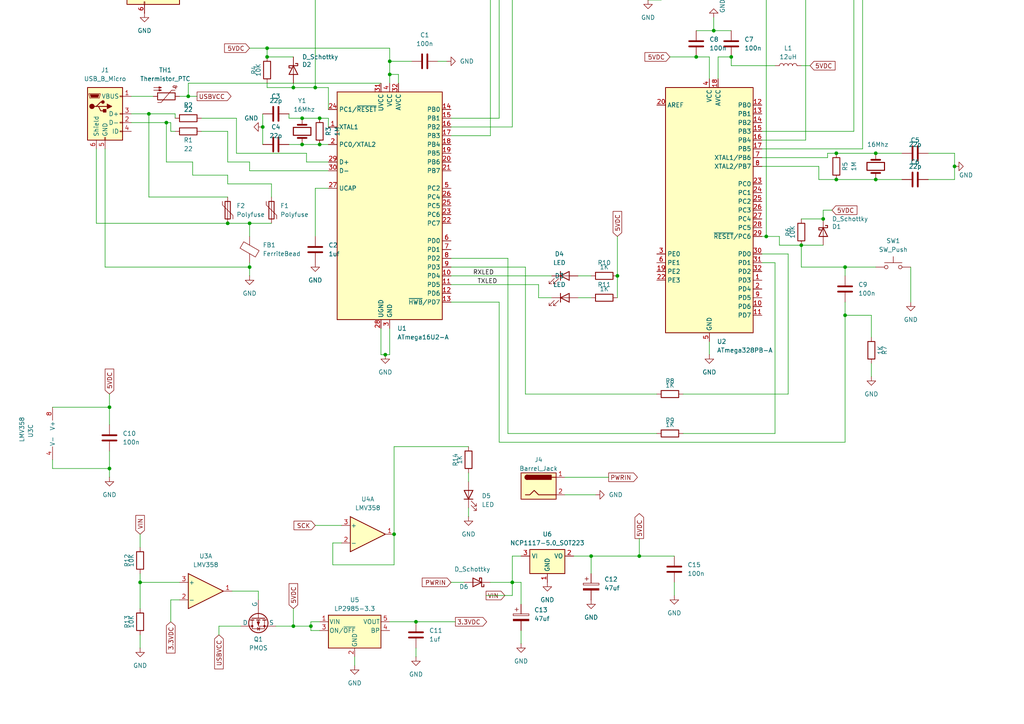
<source format=kicad_sch>
(kicad_sch (version 20231120) (generator "eeschema") (generator_version "8.0")
  (paper "A4")
  (lib_symbols
    (symbol "Amplifier_Operational:LMV358" (pin_names (offset 0.127))
      (property "Reference" "U" (at 0 5.08 0))
      (property "Value" "LMV358" (at 0 -5.08 0))
      (symbol "LMV358_1_1"
        (pin output line (at 7.62 0 180) (length 2.54) (name "~") (number "1"))
        (pin input line (at -7.62 -2.54 0) (length 2.54) (name "-") (number "2"))
        (pin input line (at -7.62 2.54 0) (length 2.54) (name "+") (number "3"))
      )
      (symbol "LMV358_2_1"
        (pin input line (at -7.62 2.54 0) (length 2.54) (name "+") (number "5"))
        (pin input line (at -7.62 -2.54 0) (length 2.54) (name "-") (number "6"))
        (pin output line (at 7.62 0 180) (length 2.54) (name "~") (number "7"))
      )
      (symbol "LMV358_3_1"
        (pin power_in line (at -2.54 -7.62 90) (length 3.81) (name "V-") (number "4"))
        (pin power_in line (at -2.54 7.62 270) (length 3.81) (name "V+") (number "8"))
      )
    )
    (symbol "Connector:AVR-ISP-6" (pin_names (offset 1.016))
      (property "Reference" "J" (at -6.35 11.43 0))
      (property "Value" "AVR-ISP-6" (at 0 11.43 0))
      (symbol "AVR-ISP-6_1_1"
        (pin passive line (at 10.16 5.08 180) (length 2.54) (name "MISO") (number "1"))
        (pin passive line (at -2.54 12.7 270) (length 2.54) (name "VCC") (number "2"))
        (pin passive line (at 10.16 0 180) (length 2.54) (name "SCK") (number "3"))
        (pin passive line (at 10.16 2.54 180) (length 2.54) (name "MOSI") (number "4"))
        (pin passive line (at 10.16 -2.54 180) (length 2.54) (name "~{RST}") (number "5"))
        (pin passive line (at -2.54 -10.16 90) (length 2.54) (name "GND") (number "6"))
      )
    )
    (symbol "Connector:Barrel_Jack" (pin_names (offset 1.016))
      (property "Reference" "J" (at 0 5.334 0))
      (property "Value" "Barrel_Jack" (at 0 -5.08 0))
      (symbol "Barrel_Jack_1_1"
        (pin passive line (at 7.62 2.54 180) (length 2.54) (name "~") (number "1"))
        (pin passive line (at 7.62 -2.54 180) (length 2.54) (name "~") (number "2"))
      )
    )
    (symbol "Connector:USB_B_Micro" (pin_names (offset 1.016))
      (property "Reference" "J" (at -5.08 11.43 0))
      (property "Value" "USB_B_Micro" (at -5.08 8.89 0))
      (symbol "USB_B_Micro_1_1"
        (pin power_out line (at 7.62 5.08 180) (length 2.54) (name "VBUS") (number "1"))
        (pin bidirectional line (at 7.62 -2.54 180) (length 2.54) (name "D-") (number "2"))
        (pin bidirectional line (at 7.62 0 180) (length 2.54) (name "D+") (number "3"))
        (pin passive line (at 7.62 -5.08 180) (length 2.54) (name "ID") (number "4"))
        (pin power_out line (at 0 -10.16 90) (length 2.54) (name "GND") (number "5"))
        (pin passive line (at -2.54 -10.16 90) (length 2.54) (name "Shield") (number "6"))
      )
    )
    (symbol "Device:C" (pin_numbers hide) (pin_names (offset 0.254))
      (property "Reference" "C" (at 0.635 2.54 0))
      (property "Value" "C" (at 0.635 -2.54 0))
      (symbol "C_1_1"
        (pin passive line (at 0 3.81 270) (length 2.794) (name "~") (number "1"))
        (pin passive line (at 0 -3.81 90) (length 2.794) (name "~") (number "2"))
      )
    )
    (symbol "Device:C_Polarized" (pin_numbers hide) (pin_names (offset 0.254))
      (property "Reference" "C" (at 0.635 2.54 0))
      (property "Value" "C_Polarized" (at 0.635 -2.54 0))
      (symbol "C_Polarized_1_1"
        (pin passive line (at 0 3.81 270) (length 2.794) (name "~") (number "1"))
        (pin passive line (at 0 -3.81 90) (length 2.794) (name "~") (number "2"))
      )
    )
    (symbol "Device:Crystal" (pin_numbers hide) (pin_names (offset 1.016) hide)
      (property "Reference" "Y" (at 0 3.81 0))
      (property "Value" "Crystal" (at 0 -3.81 0))
      (symbol "Crystal_1_1"
        (pin passive line (at -3.81 0 0) (length 1.27) (name "1") (number "1"))
        (pin passive line (at 3.81 0 180) (length 1.27) (name "2") (number "2"))
      )
    )
    (symbol "Device:D_Schottky" (pin_numbers hide) (pin_names (offset 1.016) hide)
      (property "Reference" "D" (at 0 2.54 0))
      (property "Value" "D_Schottky" (at 0 -2.54 0))
      (symbol "D_Schottky_1_1"
        (pin passive line (at -3.81 0 0) (length 2.54) (name "K") (number "1"))
        (pin passive line (at 3.81 0 180) (length 2.54) (name "A") (number "2"))
      )
    )
    (symbol "Device:FerriteBead" (pin_numbers hide) (pin_names (offset 0))
      (property "Reference" "FB" (at -3.81 0.635 90))
      (property "Value" "FerriteBead" (at 3.81 0 90))
      (symbol "FerriteBead_1_1"
        (pin passive line (at 0 3.81 270) (length 2.54) (name "~") (number "1"))
        (pin passive line (at 0 -3.81 90) (length 2.54) (name "~") (number "2"))
      )
    )
    (symbol "Device:L" (pin_numbers hide) (pin_names (offset 1.016) hide)
      (property "Reference" "L" (at -1.27 0 90))
      (property "Value" "L" (at 1.905 0 90))
      (symbol "L_1_1"
        (pin passive line (at 0 3.81 270) (length 1.27) (name "1") (number "1"))
        (pin passive line (at 0 -3.81 90) (length 1.27) (name "2") (number "2"))
      )
    )
    (symbol "Device:LED" (pin_numbers hide) (pin_names (offset 1.016) hide)
      (property "Reference" "D" (at 0 2.54 0))
      (property "Value" "LED" (at 0 -2.54 0))
      (symbol "LED_1_1"
        (pin passive line (at -3.81 0 0) (length 2.54) (name "K") (number "1"))
        (pin passive line (at 3.81 0 180) (length 2.54) (name "A") (number "2"))
      )
    )
    (symbol "Device:Polyfuse" (pin_numbers hide) (pin_names (offset 0))
      (property "Reference" "F" (at -2.54 0 90))
      (property "Value" "Polyfuse" (at 2.54 0 90))
      (symbol "Polyfuse_1_1"
        (pin passive line (at 0 3.81 270) (length 1.27) (name "~") (number "1"))
        (pin passive line (at 0 -3.81 90) (length 1.27) (name "~") (number "2"))
      )
    )
    (symbol "Device:R" (pin_numbers hide) (pin_names (offset 0))
      (property "Reference" "R" (at 2.032 0 90))
      (property "Value" "R" (at 0 0 90))
      (symbol "R_1_1"
        (pin passive line (at 0 3.81 270) (length 1.27) (name "~") (number "1"))
        (pin passive line (at 0 -3.81 90) (length 1.27) (name "~") (number "2"))
      )
    )
    (symbol "Device:Thermistor_PTC" (pin_numbers hide) (pin_names (offset 0))
      (property "Reference" "TH" (at -4.064 0 90))
      (property "Value" "Thermistor_PTC" (at 3.048 0 90))
      (symbol "Thermistor_PTC_1_1"
        (pin passive line (at 0 3.81 270) (length 1.27) (name "~") (number "1"))
        (pin passive line (at 0 -3.81 90) (length 1.27) (name "~") (number "2"))
      )
    )
    (symbol "MCU_Microchip_ATmega:ATmega16U2-A"
      (property "Reference" "U" (at -15.24 34.29 0))
      (property "Value" "ATmega16U2-A" (at 2.54 -34.29 0))
      (symbol "ATmega16U2-A_1_1"
        (pin input line (at -17.78 22.86 0) (length 2.54) (name "XTAL1") (number "1"))
        (pin bidirectional line (at 17.78 -20.32 180) (length 2.54) (name "PD4") (number "10"))
        (pin bidirectional line (at 17.78 -22.86 180) (length 2.54) (name "PD5") (number "11"))
        (pin bidirectional line (at 17.78 -25.4 180) (length 2.54) (name "PD6") (number "12"))
        (pin bidirectional line (at 17.78 -27.94 180) (length 2.54) (name "~{HWB}/PD7") (number "13"))
        (pin bidirectional line (at 17.78 27.94 180) (length 2.54) (name "PB0") (number "14"))
        (pin bidirectional line (at 17.78 25.4 180) (length 2.54) (name "PB1") (number "15"))
        (pin bidirectional line (at 17.78 22.86 180) (length 2.54) (name "PB2") (number "16"))
        (pin bidirectional line (at 17.78 20.32 180) (length 2.54) (name "PB3") (number "17"))
        (pin bidirectional line (at 17.78 17.78 180) (length 2.54) (name "PB4") (number "18"))
        (pin bidirectional line (at 17.78 15.24 180) (length 2.54) (name "PB5") (number "19"))
        (pin bidirectional line (at -17.78 17.78 0) (length 2.54) (name "PC0/XTAL2") (number "2"))
        (pin bidirectional line (at 17.78 12.7 180) (length 2.54) (name "PB6") (number "20"))
        (pin bidirectional line (at 17.78 10.16 180) (length 2.54) (name "PB7") (number "21"))
        (pin bidirectional line (at 17.78 -5.08 180) (length 2.54) (name "PC7") (number "22"))
        (pin bidirectional line (at 17.78 -2.54 180) (length 2.54) (name "PC6") (number "23"))
        (pin bidirectional line (at -17.78 27.94 0) (length 2.54) (name "PC1/~{RESET}") (number "24"))
        (pin bidirectional line (at 17.78 0 180) (length 2.54) (name "PC5") (number "25"))
        (pin bidirectional line (at 17.78 2.54 180) (length 2.54) (name "PC4") (number "26"))
        (pin passive line (at -17.78 5.08 0) (length 2.54) (name "UCAP") (number "27"))
        (pin power_in line (at -2.54 -35.56 90) (length 2.54) (name "UGND") (number "28"))
        (pin bidirectional line (at -17.78 12.7 0) (length 2.54) (name "D+") (number "29"))
        (pin power_in line (at 0 -35.56 90) (length 2.54) (name "GND") (number "3"))
        (pin bidirectional line (at -17.78 10.16 0) (length 2.54) (name "D-") (number "30"))
        (pin power_in line (at -2.54 35.56 270) (length 2.54) (name "UVCC") (number "31"))
        (pin power_in line (at 2.54 35.56 270) (length 2.54) (name "AVCC") (number "32"))
        (pin power_in line (at 0 35.56 270) (length 2.54) (name "VCC") (number "4"))
        (pin bidirectional line (at 17.78 5.08 180) (length 2.54) (name "PC2") (number "5"))
        (pin bidirectional line (at 17.78 -10.16 180) (length 2.54) (name "PD0") (number "6"))
        (pin bidirectional line (at 17.78 -12.7 180) (length 2.54) (name "PD1") (number "7"))
        (pin bidirectional line (at 17.78 -15.24 180) (length 2.54) (name "PD2") (number "8"))
        (pin bidirectional line (at 17.78 -17.78 180) (length 2.54) (name "PD3") (number "9"))
      )
    )
    (symbol "MCU_Microchip_ATmega:ATmega328PB-A"
      (property "Reference" "U" (at -12.7 36.83 0))
      (property "Value" "ATmega328PB-A" (at 2.54 -36.83 0))
      (symbol "ATmega328PB-A_1_1"
        (pin bidirectional line (at 15.24 -20.32 180) (length 2.54) (name "PD3") (number "1"))
        (pin bidirectional line (at 15.24 -27.94 180) (length 2.54) (name "PD6") (number "10"))
        (pin bidirectional line (at 15.24 -30.48 180) (length 2.54) (name "PD7") (number "11"))
        (pin bidirectional line (at 15.24 30.48 180) (length 2.54) (name "PB0") (number "12"))
        (pin bidirectional line (at 15.24 27.94 180) (length 2.54) (name "PB1") (number "13"))
        (pin bidirectional line (at 15.24 25.4 180) (length 2.54) (name "PB2") (number "14"))
        (pin bidirectional line (at 15.24 22.86 180) (length 2.54) (name "PB3") (number "15"))
        (pin bidirectional line (at 15.24 20.32 180) (length 2.54) (name "PB4") (number "16"))
        (pin bidirectional line (at 15.24 17.78 180) (length 2.54) (name "PB5") (number "17"))
        (pin power_in line (at 2.54 38.1 270) (length 2.54) (name "AVCC") (number "18"))
        (pin bidirectional line (at -15.24 -17.78 0) (length 2.54) (name "PE2") (number "19"))
        (pin bidirectional line (at 15.24 -22.86 180) (length 2.54) (name "PD4") (number "2"))
        (pin passive line (at -15.24 30.48 0) (length 2.54) (name "AREF") (number "20"))
        (pin passive line (at 0 -38.1 90) (length 2.54) hide (name "GND") (number "21"))
        (pin bidirectional line (at -15.24 -20.32 0) (length 2.54) (name "PE3") (number "22"))
        (pin bidirectional line (at 15.24 7.62 180) (length 2.54) (name "PC0") (number "23"))
        (pin bidirectional line (at 15.24 5.08 180) (length 2.54) (name "PC1") (number "24"))
        (pin bidirectional line (at 15.24 2.54 180) (length 2.54) (name "PC2") (number "25"))
        (pin bidirectional line (at 15.24 0 180) (length 2.54) (name "PC3") (number "26"))
        (pin bidirectional line (at 15.24 -2.54 180) (length 2.54) (name "PC4") (number "27"))
        (pin bidirectional line (at 15.24 -5.08 180) (length 2.54) (name "PC5") (number "28"))
        (pin bidirectional line (at 15.24 -7.62 180) (length 2.54) (name "~{RESET}/PC6") (number "29"))
        (pin bidirectional line (at -15.24 -12.7 0) (length 2.54) (name "PE0") (number "3"))
        (pin bidirectional line (at 15.24 -12.7 180) (length 2.54) (name "PD0") (number "30"))
        (pin bidirectional line (at 15.24 -15.24 180) (length 2.54) (name "PD1") (number "31"))
        (pin bidirectional line (at 15.24 -17.78 180) (length 2.54) (name "PD2") (number "32"))
        (pin power_in line (at 0 38.1 270) (length 2.54) (name "VCC") (number "4"))
        (pin power_in line (at 0 -38.1 90) (length 2.54) (name "GND") (number "5"))
        (pin bidirectional line (at -15.24 -15.24 0) (length 2.54) (name "PE1") (number "6"))
        (pin bidirectional line (at 15.24 15.24 180) (length 2.54) (name "XTAL1/PB6") (number "7"))
        (pin bidirectional line (at 15.24 12.7 180) (length 2.54) (name "XTAL2/PB7") (number "8"))
        (pin bidirectional line (at 15.24 -25.4 180) (length 2.54) (name "PD5") (number "9"))
      )
    )
    (symbol "Regulator_Linear:LP2985-3.3" (pin_names (offset 0.254))
      (property "Reference" "U" (at -6.35 5.715 0))
      (property "Value" "LP2985-3.3" (at 0 5.715 0))
      (symbol "LP2985-3.3_1_1"
        (pin power_in line (at -10.16 2.54 0) (length 2.54) (name "VIN") (number "1"))
        (pin power_in line (at 0 -7.62 90) (length 2.54) (name "GND") (number "2"))
        (pin input line (at -10.16 0 0) (length 2.54) (name "ON/~{OFF}") (number "3"))
        (pin input line (at 10.16 0 180) (length 2.54) (name "BP") (number "4"))
        (pin power_out line (at 10.16 2.54 180) (length 2.54) (name "VOUT") (number "5"))
      )
    )
    (symbol "Regulator_Linear:NCP1117-5.0_SOT223"
      (property "Reference" "U" (at -3.81 3.175 0))
      (property "Value" "NCP1117-5.0_SOT223" (at 0 3.175 0))
      (symbol "NCP1117-5.0_SOT223_1_1"
        (pin power_in line (at 0 -7.62 90) (length 2.54) (name "GND") (number "1"))
        (pin power_out line (at 7.62 0 180) (length 2.54) (name "VO") (number "2"))
        (pin power_in line (at -7.62 0 0) (length 2.54) (name "VI") (number "3"))
      )
    )
    (symbol "Simulation_SPICE:PMOS" (pin_numbers hide) (pin_names (offset 0))
      (property "Reference" "Q" (at 5.08 1.27 0))
      (property "Value" "PMOS" (at 5.08 -1.27 0))
      (symbol "PMOS_1_1"
        (pin passive line (at 2.54 5.08 270) (length 2.54) (name "D") (number "1"))
        (pin input line (at -5.08 0 0) (length 2.54) (name "G") (number "2"))
        (pin passive line (at 2.54 -5.08 90) (length 2.54) (name "S") (number "3"))
      )
    )
    (symbol "Switch:SW_Push" (pin_numbers hide) (pin_names (offset 1.016) hide)
      (property "Reference" "SW" (at 1.27 2.54 0))
      (property "Value" "SW_Push" (at 0 -1.524 0))
      (symbol "SW_Push_0_1"
        (pin passive line (at -5.08 0 0) (length 2.54) (name "1") (number "1"))
        (pin passive line (at 5.08 0 180) (length 2.54) (name "2") (number "2"))
      )
    )
    (symbol "power:GND" (power) (pin_numbers hide) (pin_names (offset 0) hide)
      (property "Value" "GND" (at 0 -3.81 0))
      (symbol "GND_1_1"
        (pin power_in line (at 0 0 270) (length 0) (name "~") (number "1"))
      )
    )
  )
  (junction (at 207.01 8.89))
  (junction (at 77.47 16.51))
  (junction (at 43.18 33.02))
  (junction (at 87.63 41.91))
  (junction (at 66.04 64.77))
  (junction (at 40.64 168.91))
  (junction (at 113.03 17.78))
  (junction (at 91.44 25.4))
  (junction (at 90.17 181.61))
  (junction (at 222.25 68.58))
  (junction (at 92.71 34.29))
  (junction (at 72.39 77.47))
  (junction (at 85.09 181.61))
  (junction (at 245.11 91.44))
  (junction (at 85.09 25.4))
  (junction (at 31.75 135.89))
  (junction (at 72.39 64.77))
  (junction (at 48.26 35.56))
  (junction (at 148.59 168.91))
  (junction (at 276.86 48.26))
  (junction (at 76.2 36.83))
  (junction (at 179.07 80.01))
  (junction (at 212.09 16.51))
  (junction (at 92.71 41.91))
  (junction (at 254 52.07))
  (junction (at 114.3 154.94))
  (junction (at 113.03 21.59))
  (junction (at 201.93 16.51))
  (junction (at 245.11 77.47))
  (junction (at 120.65 180.34))
  (junction (at 242.57 44.45))
  (junction (at 242.57 52.07))
  (junction (at 254 44.45))
  (junction (at 185.42 161.29))
  (junction (at 111.76 102.87))
  (junction (at 87.63 34.29))
  (junction (at 232.41 71.12))
  (junction (at 31.75 118.11))
  (junction (at 77.47 13.97))
  (junction (at 54.61 27.94))
  (junction (at 171.45 161.29))
  (junction (at 238.76 63.5))
  (wire (pts (xy 50.8 33.02) (xy 50.8 34.29)))
  (wire (pts (xy 66.04 38.1) (xy 66.04 46.99)))
  (wire (pts (xy 254 44.45) (xy 261.62 44.45)))
  (wire (pts (xy 31.75 118.11) (xy 31.75 123.19)))
  (wire (pts (xy 195.58 168.91) (xy 195.58 172.72)))
  (wire (pts (xy 87.63 34.29) (xy 92.71 34.29)))
  (wire (pts (xy 198.12 114.3) (xy 228.6 114.3)))
  (wire (pts (xy 83.82 41.91) (xy 87.63 41.91)))
  (wire (pts (xy 171.45 161.29) (xy 185.42 161.29)))
  (wire (pts (xy 179.07 80.01) (xy 179.07 86.36)))
  (wire (pts (xy 74.93 171.45) (xy 74.93 173.99)))
  (wire (pts (xy 40.64 168.91) (xy 40.64 176.53)))
  (wire (pts (xy 54.61 24.13) (xy 54.61 27.94)))
  (wire (pts (xy 148.59 172.72) (xy 140.97 172.72)))
  (wire (pts (xy 58.42 34.29) (xy 68.58 34.29)))
  (wire (pts (xy 226.06 68.58) (xy 226.06 71.12)))
  (wire (pts (xy 135.89 137.16) (xy 135.89 139.7)))
  (wire (pts (xy 90.17 181.61) (xy 85.09 181.61)))
  (wire (pts (xy 113.03 17.78) (xy 113.03 21.59)))
  (wire (pts (xy 77.47 13.97) (xy 77.47 16.51)))
  (wire (pts (xy 95.25 34.29) (xy 92.71 34.29)))
  (wire (pts (xy 49.53 180.34) (xy 49.53 173.99)))
  (wire (pts (xy 50.8 38.1) (xy 49.53 38.1)))
  (wire (pts (xy 222.25 -13.97) (xy 222.25 68.58)))
  (wire (pts (xy 15.24 133.35) (xy 15.24 135.89)))
  (wire (pts (xy 119.38 17.78) (xy 113.03 17.78)))
  (wire (pts (xy 113.03 180.34) (xy 120.65 180.34)))
  (wire (pts (xy 72.39 13.97) (xy 77.47 13.97)))
  (wire (pts (xy 49.53 173.99) (xy 52.07 173.99)))
  (wire (pts (xy 151.13 161.29) (xy 148.59 161.29)))
  (wire (pts (xy 220.98 45.72) (xy 240.03 45.72)))
  (wire (pts (xy 76.2 36.83) (xy 76.2 41.91)))
  (wire (pts (xy 91.44 25.4) (xy 85.09 25.4)))
  (wire (pts (xy 96.52 157.48) (xy 99.06 157.48)))
  (wire (pts (xy 66.04 50.8) (xy 66.04 53.34)))
  (wire (pts (xy 90.17 182.88) (xy 90.17 181.61)))
  (wire (pts (xy 72.39 49.53) (xy 95.25 49.53)))
  (wire (pts (xy 55.88 46.99) (xy 55.88 50.8)))
  (wire (pts (xy 83.82 33.02) (xy 83.82 34.29)))
  (wire (pts (xy 194.31 -34.29) (xy 194.31 -29.21)))
  (wire (pts (xy 247.65 -19.05) (xy 247.65 38.1)))
  (wire (pts (xy 242.57 52.07) (xy 237.49 52.07)))
  (wire (pts (xy 92.71 41.91) (xy 95.25 41.91)))
  (wire (pts (xy 269.24 44.45) (xy 276.86 44.45)))
  (wire (pts (xy 130.81 80.01) (xy 160.02 80.01)))
  (wire (pts (xy 88.9 46.99) (xy 95.25 46.99)))
  (wire (pts (xy 113.03 95.25) (xy 113.03 102.87)))
  (wire (pts (xy 113.03 102.87) (xy 111.76 102.87)))
  (wire (pts (xy 66.04 64.77) (xy 72.39 64.77)))
  (wire (pts (xy 15.24 135.89) (xy 31.75 135.89)))
  (wire (pts (xy 241.3 60.96) (xy 238.76 60.96)))
  (wire (pts (xy 72.39 64.77) (xy 78.74 64.77)))
  (wire (pts (xy 54.61 -6.35) (xy 144.78 -6.35)))
  (wire (pts (xy 252.73 97.79) (xy 252.73 91.44)))
  (wire (pts (xy 135.89 147.32) (xy 135.89 149.86)))
  (wire (pts (xy 152.4 114.3) (xy 190.5 114.3)))
  (wire (pts (xy 252.73 109.22) (xy 252.73 105.41)))
  (wire (pts (xy 77.47 13.97) (xy 113.03 13.97)))
  (wire (pts (xy 38.1 33.02) (xy 43.18 33.02)))
  (wire (pts (xy 228.6 73.66) (xy 228.6 114.3)))
  (wire (pts (xy 240.03 44.45) (xy 242.57 44.45)))
  (wire (pts (xy 110.49 95.25) (xy 110.49 102.87)))
  (wire (pts (xy 78.74 53.34) (xy 78.74 57.15)))
  (wire (pts (xy 95.25 54.61) (xy 91.44 54.61)))
  (wire (pts (xy 130.81 168.91) (xy 134.62 168.91)))
  (wire (pts (xy 163.83 143.51) (xy 172.72 143.51)))
  (wire (pts (xy 95.25 25.4) (xy 91.44 25.4)))
  (wire (pts (xy 91.44 54.61) (xy 91.44 68.58)))
  (wire (pts (xy 135.89 129.54) (xy 114.3 129.54)))
  (wire (pts (xy 130.81 82.55) (xy 156.21 82.55)))
  (wire (pts (xy 67.31 171.45) (xy 74.93 171.45)))
  (wire (pts (xy 114.3 154.94) (xy 114.3 163.83)))
  (wire (pts (xy 250.19 43.18) (xy 250.19 -16.51)))
  (wire (pts (xy 276.86 44.45) (xy 276.86 48.26)))
  (wire (pts (xy 220.98 68.58) (xy 222.25 68.58)))
  (wire (pts (xy 205.74 99.06) (xy 205.74 102.87)))
  (wire (pts (xy 220.98 76.2) (xy 224.79 76.2)))
  (wire (pts (xy 120.65 187.96) (xy 120.65 190.5)))
  (wire (pts (xy 148.59 36.83) (xy 130.81 36.83)))
  (wire (pts (xy 245.11 77.47) (xy 254 77.47)))
  (wire (pts (xy 250.19 -16.51) (xy 207.01 -16.51)))
  (wire (pts (xy 220.98 73.66) (xy 228.6 73.66)))
  (wire (pts (xy 63.5 181.61) (xy 63.5 184.15)))
  (wire (pts (xy 48.26 46.99) (xy 55.88 46.99)))
  (wire (pts (xy 148.59 168.91) (xy 148.59 172.72)))
  (wire (pts (xy 207.01 -21.59) (xy 233.68 -21.59)))
  (wire (pts (xy 30.48 77.47) (xy 72.39 77.47)))
  (wire (pts (xy 144.78 128.27) (xy 245.11 128.27)))
  (wire (pts (xy 220.98 43.18) (xy 250.19 43.18)))
  (wire (pts (xy 144.78 34.29) (xy 130.81 34.29)))
  (wire (pts (xy 38.1 27.94) (xy 44.45 27.94)))
  (wire (pts (xy 208.28 16.51) (xy 212.09 16.51)))
  (wire (pts (xy 85.09 176.53) (xy 85.09 181.61)))
  (wire (pts (xy 179.07 68.58) (xy 179.07 80.01)))
  (wire (pts (xy 167.64 86.36) (xy 171.45 86.36)))
  (wire (pts (xy 27.94 43.18) (xy 27.94 64.77)))
  (wire (pts (xy 152.4 77.47) (xy 130.81 77.47)))
  (wire (pts (xy 252.73 91.44) (xy 245.11 91.44)))
  (wire (pts (xy 54.61 24.13) (xy 110.49 24.13)))
  (wire (pts (xy 208.28 22.86) (xy 208.28 16.51)))
  (wire (pts (xy 127 17.78) (xy 129.54 17.78)))
  (wire (pts (xy 142.24 39.37) (xy 130.81 39.37)))
  (wire (pts (xy 245.11 91.44) (xy 245.11 87.63)))
  (wire (pts (xy 207.01 8.89) (xy 212.09 8.89)))
  (wire (pts (xy 148.59 -8.89) (xy 148.59 36.83)))
  (wire (pts (xy 232.41 63.5) (xy 238.76 63.5)))
  (wire (pts (xy 144.78 87.63) (xy 144.78 128.27)))
  (wire (pts (xy 66.04 46.99) (xy 72.39 46.99)))
  (wire (pts (xy 88.9 44.45) (xy 88.9 46.99)))
  (wire (pts (xy 185.42 156.21) (xy 185.42 161.29)))
  (wire (pts (xy 194.31 16.51) (xy 201.93 16.51)))
  (wire (pts (xy 72.39 76.2) (xy 72.39 77.47)))
  (wire (pts (xy 52.07 27.94) (xy 54.61 27.94)))
  (wire (pts (xy 222.25 -13.97) (xy 207.01 -13.97)))
  (wire (pts (xy 52.07 168.91) (xy 40.64 168.91)))
  (wire (pts (xy 147.32 74.93) (xy 130.81 74.93)))
  (wire (pts (xy 54.61 -11.43) (xy 142.24 -11.43)))
  (wire (pts (xy 114.3 129.54) (xy 114.3 154.94)))
  (wire (pts (xy 233.68 -21.59) (xy 233.68 40.64)))
  (wire (pts (xy 115.57 21.59) (xy 115.57 24.13)))
  (wire (pts (xy 240.03 45.72) (xy 240.03 44.45)))
  (wire (pts (xy 43.18 33.02) (xy 43.18 57.15)))
  (wire (pts (xy 77.47 25.4) (xy 85.09 25.4)))
  (wire (pts (xy 224.79 76.2) (xy 224.79 125.73)))
  (wire (pts (xy 54.61 -3.81) (xy 91.44 -3.81)))
  (wire (pts (xy 151.13 182.88) (xy 151.13 186.69)))
  (wire (pts (xy 49.53 38.1) (xy 49.53 35.56)))
  (wire (pts (xy 54.61 -8.89) (xy 148.59 -8.89)))
  (wire (pts (xy 50.8 33.02) (xy 43.18 33.02)))
  (wire (pts (xy 91.44 -3.81) (xy 91.44 25.4)))
  (wire (pts (xy 113.03 24.13) (xy 113.03 21.59)))
  (wire (pts (xy 212.09 19.05) (xy 212.09 16.51)))
  (wire (pts (xy 151.13 168.91) (xy 148.59 168.91)))
  (wire (pts (xy 72.39 77.47) (xy 72.39 80.01)))
  (wire (pts (xy 148.59 161.29) (xy 148.59 168.91)))
  (wire (pts (xy 232.41 77.47) (xy 232.41 71.12)))
  (wire (pts (xy 232.41 77.47) (xy 245.11 77.47)))
  (wire (pts (xy 226.06 71.12) (xy 232.41 71.12)))
  (wire (pts (xy 190.5 125.73) (xy 147.32 125.73)))
  (wire (pts (xy 191.77 0) (xy 187.96 0)))
  (wire (pts (xy 242.57 44.45) (xy 254 44.45)))
  (wire (pts (xy 185.42 161.29) (xy 195.58 161.29)))
  (wire (pts (xy 233.68 40.64) (xy 220.98 40.64)))
  (wire (pts (xy 91.44 152.4) (xy 99.06 152.4)))
  (wire (pts (xy 205.74 16.51) (xy 201.93 16.51)))
  (wire (pts (xy 43.18 57.15) (xy 66.04 57.15)))
  (wire (pts (xy 48.26 46.99) (xy 48.26 35.56)))
  (wire (pts (xy 92.71 182.88) (xy 90.17 182.88)))
  (wire (pts (xy 264.16 77.47) (xy 264.16 87.63)))
  (wire (pts (xy 220.98 48.26) (xy 237.49 48.26)))
  (wire (pts (xy 66.04 53.34) (xy 78.74 53.34)))
  (wire (pts (xy 166.37 161.29) (xy 171.45 161.29)))
  (wire (pts (xy 142.24 168.91) (xy 148.59 168.91)))
  (wire (pts (xy 201.93 8.89) (xy 207.01 8.89)))
  (wire (pts (xy 232.41 19.05) (xy 234.95 19.05)))
  (wire (pts (xy 41.91 -24.13) (xy 41.91 -19.05)))
  (wire (pts (xy 254 52.07) (xy 242.57 52.07)))
  (wire (pts (xy 191.77 -6.35) (xy 191.77 0)))
  (wire (pts (xy 102.87 190.5) (xy 102.87 193.04)))
  (wire (pts (xy 167.64 80.01) (xy 171.45 80.01)))
  (wire (pts (xy 152.4 77.47) (xy 152.4 114.3)))
  (wire (pts (xy 40.64 184.15) (xy 40.64 187.96)))
  (wire (pts (xy 40.64 168.91) (xy 40.64 166.37)))
  (wire (pts (xy 144.78 -6.35) (xy 144.78 34.29)))
  (wire (pts (xy 31.75 130.81) (xy 31.75 135.89)))
  (wire (pts (xy 85.09 25.4) (xy 85.09 24.13)))
  (wire (pts (xy 87.63 41.91) (xy 92.71 41.91)))
  (wire (pts (xy 156.21 82.55) (xy 156.21 86.36)))
  (wire (pts (xy 171.45 161.29) (xy 171.45 166.37)))
  (wire (pts (xy 72.39 46.99) (xy 72.39 49.53)))
  (wire (pts (xy 40.64 154.94) (xy 40.64 158.75)))
  (wire (pts (xy 95.25 34.29) (xy 95.25 36.83)))
  (wire (pts (xy 30.48 43.18) (xy 30.48 77.47)))
  (wire (pts (xy 90.17 181.61) (xy 90.17 180.34)))
  (wire (pts (xy 48.26 35.56) (xy 38.1 35.56)))
  (wire (pts (xy 92.71 180.34) (xy 90.17 180.34)))
  (wire (pts (xy 237.49 52.07) (xy 237.49 48.26)))
  (wire (pts (xy 245.11 80.01) (xy 245.11 77.47)))
  (wire (pts (xy 31.75 114.3) (xy 31.75 118.11)))
  (wire (pts (xy 49.53 35.56) (xy 48.26 35.56)))
  (wire (pts (xy 207.01 5.08) (xy 207.01 8.89)))
  (wire (pts (xy 276.86 48.26) (xy 276.86 52.07)))
  (wire (pts (xy 95.25 31.75) (xy 95.25 25.4)))
  (wire (pts (xy 77.47 16.51) (xy 85.09 16.51)))
  (wire (pts (xy 96.52 157.48) (xy 96.52 163.83)))
  (wire (pts (xy 68.58 44.45) (xy 88.9 44.45)))
  (wire (pts (xy 163.83 138.43) (xy 176.53 138.43)))
  (wire (pts (xy 83.82 34.29) (xy 87.63 34.29)))
  (wire (pts (xy 224.79 125.73) (xy 198.12 125.73)))
  (wire (pts (xy 205.74 22.86) (xy 205.74 16.51)))
  (wire (pts (xy 68.58 34.29) (xy 68.58 44.45)))
  (wire (pts (xy 254 52.07) (xy 261.62 52.07)))
  (wire (pts (xy 113.03 13.97) (xy 113.03 17.78)))
  (wire (pts (xy 147.32 125.73) (xy 147.32 74.93)))
  (wire (pts (xy 113.03 21.59) (xy 115.57 21.59)))
  (wire (pts (xy 156.21 86.36) (xy 160.02 86.36)))
  (wire (pts (xy 15.24 118.11) (xy 31.75 118.11)))
  (wire (pts (xy 120.65 180.34) (xy 132.08 180.34)))
  (wire (pts (xy 58.42 38.1) (xy 66.04 38.1)))
  (wire (pts (xy 142.24 -11.43) (xy 142.24 39.37)))
  (wire (pts (xy 31.75 135.89) (xy 31.75 138.43)))
  (wire (pts (xy 238.76 60.96) (xy 238.76 63.5)))
  (wire (pts (xy 276.86 52.07) (xy 269.24 52.07)))
  (wire (pts (xy 76.2 33.02) (xy 76.2 36.83)))
  (wire (pts (xy 55.88 50.8) (xy 66.04 50.8)))
  (wire (pts (xy 27.94 64.77) (xy 66.04 64.77)))
  (wire (pts (xy 222.25 68.58) (xy 226.06 68.58)))
  (wire (pts (xy 207.01 -19.05) (xy 247.65 -19.05)))
  (wire (pts (xy 144.78 87.63) (xy 130.81 87.63)))
  (wire (pts (xy 245.11 91.44) (xy 245.11 128.27)))
  (wire (pts (xy 247.65 38.1) (xy 220.98 38.1)))
  (wire (pts (xy 77.47 24.13) (xy 77.47 25.4)))
  (wire (pts (xy 194.31 -6.35) (xy 191.77 -6.35)))
  (wire (pts (xy 96.52 163.83) (xy 114.3 163.83)))
  (wire (pts (xy 232.41 71.12) (xy 238.76 71.12)))
  (wire (pts (xy 72.39 64.77) (xy 72.39 68.58)))
  (wire (pts (xy 54.61 27.94) (xy 57.15 27.94)))
  (wire (pts (xy 85.09 181.61) (xy 80.01 181.61)))
  (wire (pts (xy 110.49 102.87) (xy 111.76 102.87)))
  (wire (pts (xy 69.85 181.61) (xy 63.5 181.61)))
  (wire (pts (xy 151.13 175.26) (xy 151.13 168.91)))
  (wire (pts (xy 212.09 19.05) (xy 224.79 19.05)))
  (label "MOSI" (at 212.09 -19.05 0))
  (label "MISO" (at 212.09 -21.59 0))
  (label "TXLED" (at 138.43 82.55 0))
  (label "MISO2" (at 60.96 -11.43 0))
  (label "RESET" (at 212.09 -13.97 0))
  (label "RESET2" (at 60.96 -3.81 0))
  (label "MOSI2" (at 60.96 -8.89 0))
  (label "SCK" (at 212.09 -16.51 0))
  (label "RXLED" (at 137.16 80.01 0))
  (label "SCK2" (at 60.96 -6.35 0))
  (global_label "PWRIN" (shape output) (at 176.53 138.43 0) (property "Intersheetrefs" "${INTERSHEET_REFS}" (effects (hide yes))))
  (global_label "USBVCC" (shape input) (at 63.5 184.15 270) (property "Intersheetrefs" "${INTERSHEET_REFS}" (effects (hide yes))))
  (global_label "5VDC" (shape input) (at 194.31 -34.29 90) (property "Intersheetrefs" "${INTERSHEET_REFS}" (effects (hide yes))))
  (global_label "5VDC" (shape input) (at 85.09 176.53 90) (property "Intersheetrefs" "${INTERSHEET_REFS}" (effects (hide yes))))
  (global_label "5VDC" (shape input) (at 41.91 -24.13 90) (property "Intersheetrefs" "${INTERSHEET_REFS}" (effects (hide yes))))
  (global_label "PWRIN" (shape input) (at 130.81 168.91 180) (property "Intersheetrefs" "${INTERSHEET_REFS}" (effects (hide yes))))
  (global_label "5VDC" (shape input) (at 179.07 68.58 90) (property "Intersheetrefs" "${INTERSHEET_REFS}" (effects (hide yes))))
  (global_label "VIN" (shape input) (at 40.64 154.94 90) (property "Intersheetrefs" "${INTERSHEET_REFS}" (effects (hide yes))))
  (global_label "USBVCC" (shape output) (at 57.15 27.94 0) (property "Intersheetrefs" "${INTERSHEET_REFS}" (effects (hide yes))))
  (global_label "3.3VDC" (shape input) (at 49.53 180.34 270) (property "Intersheetrefs" "${INTERSHEET_REFS}" (effects (hide yes))))
  (global_label "5VDC" (shape input) (at 31.75 114.3 90) (property "Intersheetrefs" "${INTERSHEET_REFS}" (effects (hide yes))))
  (global_label "5VDC" (shape input) (at 234.95 19.05 0) (property "Intersheetrefs" "${INTERSHEET_REFS}" (effects (hide yes))))
  (global_label "SCK" (shape input) (at 91.44 152.4 180) (property "Intersheetrefs" "${INTERSHEET_REFS}" (effects (hide yes))))
  (global_label "3.3VDC" (shape output) (at 132.08 180.34 0) (property "Intersheetrefs" "${INTERSHEET_REFS}" (effects (hide yes))))
  (global_label "VIN" (shape output) (at 140.97 172.72 0) (property "Intersheetrefs" "${INTERSHEET_REFS}" (effects (hide yes))))
  (global_label "5VDC" (shape output) (at 185.42 156.21 90) (property "Intersheetrefs" "${INTERSHEET_REFS}" (effects (hide yes))))
  (global_label "5VDC" (shape input) (at 72.39 13.97 180) (property "Intersheetrefs" "${INTERSHEET_REFS}" (effects (hide yes))))
  (global_label "5VDC" (shape input) (at 241.3 60.96 0) (property "Intersheetrefs" "${INTERSHEET_REFS}" (effects (hide yes))))
  (global_label "5VDC" (shape input) (at 194.31 16.51 180) (property "Intersheetrefs" "${INTERSHEET_REFS}" (effects (hide yes))))
  (symbol (lib_id "power:GND") (at 91.44 76.2 0) (unit 1)
    (property "Reference" "#PWR03" (effects (hide yes)))
    (property "Value" "GND" (at 91.44 81.28 0))
    (property "Description" "Power symbol creates a global label with name \"GND\" , ground" (effects (hide yes)))
  )
  (symbol (lib_id "Device:LED") (at 163.83 80.01 0) (unit 1)
    (property "Reference" "D4" (at 162.2425 73.66 0))
    (property "Value" "LED" (at 162.2425 76.2 0))
    (property "Footprint" "LED_SMD:LED_0603_1608Metric" (effects (hide yes)))
    (property "Description" "Light emitting diode" (effects (hide yes)))
  )
  (symbol (lib_id "Device:C") (at 80.01 33.02 270) (unit 1)
    (property "Reference" "C3" (at 80.01 27.94 90))
    (property "Value" "22p" (at 80.01 29.21 90))
    (property "Footprint" "Capacitor_SMD:C_0603_1608Metric" (effects (hide yes)))
    (property "Description" "Unpolarized capacitor" (effects (hide yes)))
  )
  (symbol (lib_id "Device:C") (at 245.11 83.82 180) (unit 1)
    (property "Reference" "C9" (at 248.92 82.5499 0) (effects (justify right)))
    (property "Value" "100n" (at 248.92 85.0899 0) (effects (justify right)))
    (property "Footprint" "Capacitor_SMD:C_0603_1608Metric" (effects (hide yes)))
    (property "Description" "Unpolarized capacitor" (effects (hide yes)))
  )
  (symbol (lib_id "Connector:AVR-ISP-6") (at 196.85 -16.51 0) (unit 1)
    (property "Reference" "J3" (at 187.96 -19.0501 0) (effects (justify right)))
    (property "Value" "AVR-ISP-6" (at 187.96 -16.5101 0) (effects (justify right)))
    (property "Footprint" "Connector_PinHeader_2.54mm:PinHeader_2x03_P2.54mm_Vertical_SMD" (effects (hide yes)))
    (property "Description" "Atmel 6-pin ISP connector" (effects (hide yes)))
  )
  (symbol (lib_id "Device:R") (at 194.31 125.73 90) (unit 1)
    (property "Reference" "R9" (at 194.31 121.92 90))
    (property "Value" "1K" (at 194.31 123.19 90))
    (property "Footprint" "Resistor_SMD:R_0603_1608Metric" (effects (hide yes)))
    (property "Description" "Resistor" (effects (hide yes)))
  )
  (symbol (lib_id "Device:LED") (at 163.83 86.36 0) (unit 1)
    (property "Reference" "D3" (at 162.2425 80.01 0))
    (property "Value" "LED" (at 162.2425 82.55 0))
    (property "Footprint" "LED_SMD:LED_0603_1608Metric" (effects (hide yes)))
    (property "Description" "Light emitting diode" (effects (hide yes)))
  )
  (symbol (lib_id "Device:R") (at 175.26 86.36 90) (unit 1)
    (property "Reference" "R11" (at 175.26 82.55 90))
    (property "Value" "1K" (at 175.26 83.82 90))
    (property "Footprint" "Resistor_SMD:R_0603_1608Metric" (effects (hide yes)))
    (property "Description" "Resistor" (effects (hide yes)))
  )
  (symbol (lib_id "Device:Polyfuse") (at 78.74 60.96 0) (unit 1)
    (property "Reference" "F1" (at 81.28 59.6899 0) (effects (justify left)))
    (property "Value" "Polyfuse" (at 81.28 62.2299 0) (effects (justify left)))
    (property "Footprint" "Resistor_SMD:R_0603_1608Metric" (effects (hide yes)))
    (property "Description" "Resettable fuse, polymeric positive temperature coefficient" (effects (hide yes)))
  )
  (symbol (lib_id "Device:FerriteBead") (at 72.39 72.39 0) (unit 1)
    (property "Reference" "FB1" (at 76.2 71.0691 0) (effects (justify left)))
    (property "Value" "FerriteBead" (at 76.2 73.6091 0) (effects (justify left)))
    (property "Footprint" "Inductor_SMD:L_0805_2012Metric" (effects (hide yes)))
    (property "Description" "Ferrite bead" (effects (hide yes)))
  )
  (symbol (lib_id "Device:R") (at 175.26 80.01 90) (unit 1)
    (property "Reference" "R10" (at 175.26 76.2 90))
    (property "Value" "1K" (at 175.26 77.47 90))
    (property "Footprint" "Resistor_SMD:R_0603_1608Metric" (effects (hide yes)))
    (property "Description" "Resistor" (effects (hide yes)))
  )
  (symbol (lib_id "Device:R") (at 242.57 48.26 180) (unit 1)
    (property "Reference" "R5" (at 245.11 48.26 90))
    (property "Value" "1M" (at 247.65 48.26 90))
    (property "Footprint" "Resistor_SMD:R_0603_1608Metric" (effects (hide yes)))
    (property "Description" "Resistor" (effects (hide yes)))
  )
  (symbol (lib_id "Device:C") (at 91.44 72.39 180) (unit 1)
    (property "Reference" "C2" (at 95.25 71.1199 0) (effects (justify right)))
    (property "Value" "1uf" (at 95.25 73.6599 0) (effects (justify right)))
    (property "Footprint" "Capacitor_SMD:C_0603_1608Metric" (effects (hide yes)))
    (property "Description" "Unpolarized capacitor" (effects (hide yes)))
  )
  (symbol (lib_id "Device:C") (at 265.43 52.07 270) (unit 1)
    (property "Reference" "C6" (at 265.43 46.99 90))
    (property "Value" "22p" (at 265.43 48.26 90))
    (property "Footprint" "Capacitor_SMD:C_0603_1608Metric" (effects (hide yes)))
    (property "Description" "Unpolarized capacitor" (effects (hide yes)))
  )
  (symbol (lib_id "power:GND") (at 120.65 190.5 0) (unit 1)
    (property "Reference" "#PWR014" (effects (hide yes)))
    (property "Value" "GND" (at 120.65 195.58 0))
    (property "Description" "Power symbol creates a global label with name \"GND\" , ground" (effects (hide yes)))
  )
  (symbol (lib_id "Regulator_Linear:NCP1117-5.0_SOT223") (at 158.75 161.29 0) (unit 1)
    (property "Reference" "U6" (at 158.75 154.94 0))
    (property "Value" "NCP1117-5.0_SOT223" (at 158.75 157.48 0))
    (property "Footprint" "Package_TO_SOT_SMD:SOT-223-3_TabPin2" (effects (hide yes)))
    (property "Datasheet" "http://www.onsemi.com/pub_link/Collateral/NCP1117-D.PDF" (effects (hide yes)))
    (property "Description" "1A Low drop-out regulator, Fixed Output 5V, SOT-223" (effects (hide yes)))
  )
  (symbol (lib_id "Device:LED") (at 135.89 143.51 90) (unit 1)
    (property "Reference" "D5" (at 139.7 143.8274 90) (effects (justify right)))
    (property "Value" "LED" (at 139.7 146.3674 90) (effects (justify right)))
    (property "Footprint" "LED_SMD:LED_0603_1608Metric" (effects (hide yes)))
    (property "Description" "Light emitting diode" (effects (hide yes)))
  )
  (symbol (lib_id "power:GND") (at 276.86 48.26 90) (unit 1)
    (property "Reference" "#PWR06" (effects (hide yes)))
    (property "Value" "GND" (at 278.13 50.8 90) (effects (justify right)))
    (property "Description" "Power symbol creates a global label with name \"GND\" , ground" (effects (hide yes)))
  )
  (symbol (lib_id "Device:C") (at 123.19 17.78 90) (unit 1)
    (property "Reference" "C1" (at 123.19 10.16 90))
    (property "Value" "100n" (at 123.19 12.7 90))
    (property "Footprint" "Capacitor_SMD:C_0603_1608Metric" (effects (hide yes)))
    (property "Description" "Unpolarized capacitor" (effects (hide yes)))
  )
  (symbol (lib_id "power:GND") (at 195.58 172.72 0) (unit 1)
    (property "Reference" "#PWR019" (effects (hide yes)))
    (property "Value" "GND" (at 195.58 177.8 0))
    (property "Description" "Power symbol creates a global label with name \"GND\" , ground" (effects (hide yes)))
  )
  (symbol (lib_id "power:GND") (at 72.39 80.01 0) (unit 1)
    (property "Reference" "#PWR01" (effects (hide yes)))
    (property "Value" "GND" (at 72.39 85.09 0))
    (property "Description" "Power symbol creates a global label with name \"GND\" , ground" (effects (hide yes)))
  )
  (symbol (lib_id "Device:C") (at 31.75 127 180) (unit 1)
    (property "Reference" "C10" (at 35.56 125.7299 0) (effects (justify right)))
    (property "Value" "100n" (at 35.56 128.2699 0) (effects (justify right)))
    (property "Footprint" "Capacitor_SMD:C_0603_1608Metric" (effects (hide yes)))
    (property "Description" "Unpolarized capacitor" (effects (hide yes)))
  )
  (symbol (lib_id "Device:D_Schottky") (at 238.76 67.31 270) (unit 1)
    (property "Reference" "D1" (at 241.3 65.7224 90) (effects (justify left)))
    (property "Value" "D_Schottky" (at 241.3 63.5 90) (effects (justify left)))
    (property "Footprint" "Diode_SMD:D_1206_3216Metric" (effects (hide yes)))
    (property "Description" "Schottky diode" (effects (hide yes)))
  )
  (symbol (lib_id "Connector:AVR-ISP-6") (at 44.45 -6.35 0) (unit 1)
    (property "Reference" "J2" (at 35.56 -8.8901 0) (effects (justify right)))
    (property "Value" "AVR-ISP-6" (at 35.56 -6.3501 0) (effects (justify right)))
    (property "Footprint" "Connector_PinHeader_2.54mm:PinHeader_2x03_P2.54mm_Vertical_SMD" (effects (hide yes)))
    (property "Description" "Atmel 6-pin ISP connector" (effects (hide yes)))
  )
  (symbol (lib_id "Device:C_Polarized") (at 151.13 179.07 0) (unit 1)
    (property "Reference" "C13" (at 154.94 176.9109 0) (effects (justify left)))
    (property "Value" "47uf" (at 154.94 179.4509 0) (effects (justify left)))
    (property "Footprint" "Capacitor_SMD:CP_Elec_6.3x5.8" (effects (hide yes)))
    (property "Description" "Polarized capacitor" (effects (hide yes)))
  )
  (symbol (lib_id "power:GND") (at 205.74 102.87 0) (unit 1)
    (property "Reference" "#PWR010" (effects (hide yes)))
    (property "Value" "GND" (at 205.74 107.95 0))
    (property "Description" "Power symbol creates a global label with name \"GND\" , ground" (effects (hide yes)))
  )
  (symbol (lib_id "Device:R") (at 135.89 133.35 180) (unit 1)
    (property "Reference" "R14" (at 132.08 133.35 90))
    (property "Value" "1K" (at 133.35 133.35 90))
    (property "Footprint" "Resistor_SMD:R_0603_1608Metric" (effects (hide yes)))
    (property "Description" "Resistor" (effects (hide yes)))
  )
  (symbol (lib_id "Device:C") (at 265.43 44.45 270) (unit 1)
    (property "Reference" "C5" (at 265.43 40.64 90))
    (property "Value" "22p" (at 265.43 41.91 90))
    (property "Footprint" "Capacitor_SMD:C_0603_1608Metric" (effects (hide yes)))
    (property "Description" "Unpolarized capacitor" (effects (hide yes)))
  )
  (symbol (lib_id "power:GND") (at 252.73 109.22 0) (unit 1)
    (property "Reference" "#PWR09" (effects (hide yes)))
    (property "Value" "GND" (at 252.73 114.3 0))
    (property "Description" "Power symbol creates a global label with name \"GND\" , ground" (effects (hide yes)))
  )
  (symbol (lib_id "power:GND") (at 207.01 5.08 180) (unit 1)
    (property "Reference" "#PWR07" (effects (hide yes)))
    (property "Value" "GND" (at 209.55 3.81 90) (effects (justify right)))
    (property "Description" "Power symbol creates a global label with name \"GND\" , ground" (effects (hide yes)))
  )
  (symbol (lib_id "MCU_Microchip_ATmega:ATmega16U2-A") (at 113.03 59.69 0) (unit 1)
    (property "Reference" "U1" (at 115.2241 95.25 0) (effects (justify left)))
    (property "Value" "ATmega16U2-A" (at 115.2241 97.79 0) (effects (justify left)))
    (property "Footprint" "Package_QFP:TQFP-32_7x7mm_P0.8mm" (effects (hide yes)))
    (property "Datasheet" "http://ww1.microchip.com/downloads/en/DeviceDoc/doc7799.pdf" (effects (hide yes)))
    (property "Description" "16MHz, 16kB Flash, 512B SRAM, 512B EEPROM, TQFP-32" (effects (hide yes)))
  )
  (symbol (lib_id "power:GND") (at 129.54 17.78 90) (unit 1)
    (property "Reference" "#PWR02" (effects (hide yes)))
    (property "Value" "GND" (at 133.35 17.7799 90) (effects (justify right)))
    (property "Description" "Power symbol creates a global label with name \"GND\" , ground" (effects (hide yes)))
  )
  (symbol (lib_id "power:GND") (at 264.16 87.63 0) (unit 1)
    (property "Reference" "#PWR08" (effects (hide yes)))
    (property "Value" "GND" (at 264.16 92.71 0))
    (property "Description" "Power symbol creates a global label with name \"GND\" , ground" (effects (hide yes)))
  )
  (symbol (lib_id "power:GND") (at 102.87 193.04 0) (unit 1)
    (property "Reference" "#PWR013" (effects (hide yes)))
    (property "Value" "GND" (at 102.87 198.12 0))
    (property "Description" "Power symbol creates a global label with name \"GND\" , ground" (effects (hide yes)))
  )
  (symbol (lib_id "power:GND") (at 151.13 186.69 0) (unit 1)
    (property "Reference" "#PWR016" (effects (hide yes)))
    (property "Value" "GND" (at 151.13 191.77 0))
    (property "Description" "Power symbol creates a global label with name \"GND\" , ground" (effects (hide yes)))
  )
  (symbol (lib_id "Device:C_Polarized") (at 171.45 170.18 0) (unit 1)
    (property "Reference" "C12" (at 175.26 168.0209 0) (effects (justify left)))
    (property "Value" "47uf" (at 175.26 170.5609 0) (effects (justify left)))
    (property "Footprint" "Capacitor_SMD:CP_Elec_6.3x5.8" (effects (hide yes)))
    (property "Description" "Polarized capacitor" (effects (hide yes)))
  )
  (symbol (lib_id "Regulator_Linear:LP2985-3.3") (at 102.87 182.88 0) (unit 1)
    (property "Reference" "U5" (at 102.87 173.99 0))
    (property "Value" "LP2985-3.3" (at 102.87 176.53 0))
    (property "Footprint" "Package_TO_SOT_SMD:SOT-23-5" (effects (hide yes)))
    (property "Datasheet" "http://www.ti.com/lit/ds/symlink/lp2985.pdf" (effects (hide yes)))
    (property "Description" "150mA 16V Low-noise Low-dropout Regulator With Shutdown, 3.3V output voltage, SOT-23-5" (effects (hide yes)))
  )
  (symbol (lib_id "Device:Crystal") (at 87.63 38.1 90) (unit 1)
    (property "Reference" "Y1" (at 86.36 29.21 90) (effects (justify right)))
    (property "Value" "16Mhz" (at 85.09 31.75 90) (effects (justify right)))
    (property "Footprint" "Crystal:Crystal_SMD_Abracon_ABM3-2Pin_5.0x3.2mm" (effects (hide yes)))
    (property "Description" "Two pin crystal" (effects (hide yes)))
  )
  (symbol (lib_id "power:GND") (at 41.91 3.81 0) (unit 1)
    (property "Reference" "#PWR020" (effects (hide yes)))
    (property "Value" "GND" (at 41.91 8.89 0))
    (property "Description" "Power symbol creates a global label with name \"GND\" , ground" (effects (hide yes)))
  )
  (symbol (lib_id "Device:Thermistor_PTC") (at 48.26 27.94 270) (unit 1)
    (property "Reference" "TH1" (at 47.9425 20.32 90))
    (property "Value" "Thermistor_PTC" (at 47.9425 22.86 90))
    (property "Footprint" "Resistor_SMD:R_1812_4532Metric" (effects (hide yes)))
    (property "Description" "Temperature dependent resistor, positive temperature coefficient" (effects (hide yes)))
  )
  (symbol (lib_id "power:GND") (at 111.76 102.87 0) (unit 1)
    (property "Reference" "#PWR05" (effects (hide yes)))
    (property "Value" "GND" (at 111.76 107.95 0))
    (property "Description" "Power symbol creates a global label with name \"GND\" , ground" (effects (hide yes)))
  )
  (symbol (lib_id "Device:R") (at 92.71 38.1 180) (unit 1)
    (property "Reference" "R3" (at 95.25 38.1 90))
    (property "Value" "1M" (at 97.79 38.1 90))
    (property "Footprint" "Resistor_SMD:R_0603_1608Metric" (effects (hide yes)))
    (property "Description" "Resistor" (effects (hide yes)))
  )
  (symbol (lib_id "Device:D_Schottky") (at 138.43 168.91 180) (unit 1)
    (property "Reference" "D6" (at 135.89 170.18 0) (effects (justify left)))
    (property "Value" "D_Schottky" (at 142.24 165.1 0) (effects (justify left)))
    (property "Footprint" "Diode_SMD:D_1206_3216Metric" (effects (hide yes)))
    (property "Description" "Schottky diode" (effects (hide yes)))
  )
  (symbol (lib_id "power:GND") (at 187.96 0 0) (unit 1)
    (property "Reference" "#PWR021" (effects (hide yes)))
    (property "Value" "GND" (at 187.96 5.08 0))
    (property "Description" "Power symbol creates a global label with name \"GND\" , ground" (effects (hide yes)))
  )
  (symbol (lib_id "Device:R") (at 54.61 34.29 90) (unit 1)
    (property "Reference" "R2" (at 54.61 30.48 90))
    (property "Value" "22" (at 54.61 31.75 90))
    (property "Footprint" "Resistor_SMD:R_0603_1608Metric" (effects (hide yes)))
    (property "Description" "Resistor" (effects (hide yes)))
  )
  (symbol (lib_id "Device:R") (at 40.64 162.56 180) (unit 1)
    (property "Reference" "R12" (at 36.83 162.56 90))
    (property "Value" "10K" (at 38.1 162.56 90))
    (property "Footprint" "Resistor_SMD:R_0603_1608Metric" (effects (hide yes)))
    (property "Description" "Resistor" (effects (hide yes)))
  )
  (symbol (lib_id "power:GND") (at 171.45 173.99 0) (unit 1)
    (property "Reference" "#PWR018" (effects (hide yes)))
    (property "Value" "GND" (at 171.45 179.07 0))
    (property "Description" "Power symbol creates a global label with name \"GND\" , ground" (effects (hide yes)))
  )
  (symbol (lib_id "Amplifier_Operational:LMV358") (at 106.68 154.94 0) (unit 1)
    (property "Reference" "U4" (at 106.68 144.78 0))
    (property "Value" "LMV358" (at 106.68 147.32 0))
    (property "Footprint" "Library:VSSOP-8_3.0x3.0mm_P0.65mm" (effects (hide yes)))
    (property "Datasheet" "http://www.ti.com/lit/ds/symlink/lmv324.pdf" (effects (hide yes)))
    (property "Description" "Dual Low-Voltage Rail-to-Rail Output Operational Amplifiers, SOIC-8/SSOP-8" (effects (hide yes)))
  )
  (symbol (lib_id "Device:C") (at 212.09 12.7 0) (unit 1)
    (property "Reference" "C7" (at 215.9 11.4299 0) (effects (justify left)))
    (property "Value" "100n" (at 215.9 13.9699 0) (effects (justify left)))
    (property "Footprint" "Capacitor_SMD:C_0603_1608Metric" (effects (hide yes)))
    (property "Description" "Unpolarized capacitor" (effects (hide yes)))
  )
  (symbol (lib_id "Connector:Barrel_Jack") (at 156.21 140.97 0) (unit 1)
    (property "Reference" "J4" (at 156.21 133.35 0))
    (property "Value" "Barrel_Jack" (at 156.21 135.89 0))
    (property "Footprint" "Connector_BarrelJack:BarrelJack_SwitchcraftConxall_RAPC10U_Horizontal" (effects (hide yes)))
  )
  (symbol (lib_id "Device:D_Schottky") (at 85.09 20.32 270) (unit 1)
    (property "Reference" "D2" (at 87.63 18.7324 90) (effects (justify left)))
    (property "Value" "D_Schottky" (at 87.63 16.51 90) (effects (justify left)))
    (property "Footprint" "Diode_SMD:D_1206_3216Metric" (effects (hide yes)))
    (property "Description" "Schottky diode" (effects (hide yes)))
  )
  (symbol (lib_id "power:GND") (at 40.64 187.96 0) (unit 1)
    (property "Reference" "#PWR012" (effects (hide yes)))
    (property "Value" "GND" (at 40.64 193.04 0))
    (property "Description" "Power symbol creates a global label with name \"GND\" , ground" (effects (hide yes)))
  )
  (symbol (lib_id "Device:C") (at 80.01 41.91 90) (unit 1)
    (property "Reference" "C4" (at 80.01 36.83 90))
    (property "Value" "22p" (at 80.01 39.37 90))
    (property "Footprint" "Capacitor_SMD:C_0603_1608Metric" (effects (hide yes)))
    (property "Description" "Unpolarized capacitor" (effects (hide yes)))
  )
  (symbol (lib_id "power:GND") (at 158.75 168.91 0) (unit 1)
    (property "Reference" "#PWR017" (effects (hide yes)))
    (property "Value" "GND" (at 158.75 173.99 0))
    (property "Description" "Power symbol creates a global label with name \"GND\" , ground" (effects (hide yes)))
  )
  (symbol (lib_id "Switch:SW_Push") (at 259.08 77.47 0) (unit 1)
    (property "Reference" "SW1" (at 259.08 69.85 0))
    (property "Value" "SW_Push" (at 259.08 72.39 0))
    (property "Footprint" "Button_Switch_SMD:SW_Tactile_SPST_NO_Straight_CK_PTS636Sx25SMTRLFS" (effects (hide yes)))
    (property "Description" "Push button switch, generic, two pins" (effects (hide yes)))
  )
  (symbol (lib_id "Device:Polyfuse") (at 66.04 60.96 0) (unit 1)
    (property "Reference" "F2" (at 68.58 59.6899 0) (effects (justify left)))
    (property "Value" "Polyfuse" (at 68.58 62.2299 0) (effects (justify left)))
    (property "Footprint" "Resistor_SMD:R_0603_1608Metric" (effects (hide yes)))
    (property "Description" "Resettable fuse, polymeric positive temperature coefficient" (effects (hide yes)))
  )
  (symbol (lib_id "power:GND") (at 172.72 143.51 90) (unit 1)
    (property "Reference" "#PWR022" (effects (hide yes)))
    (property "Value" "GND" (at 176.53 143.5099 90) (effects (justify right)))
    (property "Description" "Power symbol creates a global label with name \"GND\" , ground" (effects (hide yes)))
  )
  (symbol (lib_id "Simulation_SPICE:PMOS") (at 74.93 179.07 90) (mirror x) (unit 1)
    (property "Reference" "Q1" (at 74.93 185.42 90))
    (property "Value" "PMOS" (at 74.93 187.96 90))
    (property "Footprint" "Package_TO_SOT_SMD:SOT-23" (effects (hide yes)))
    (property "Datasheet" "https://ngspice.sourceforge.io/docs/ngspice-html-manual/manual.xhtml#cha_MOSFETs" (effects (hide yes)))
    (property "Description" "P-MOSFET transistor, drain/source/gate" (effects (hide yes)))
    (property "Sim.Device" "PMOS" (effects (hide yes)))
    (property "Sim.Type" "VDMOS" (effects (hide yes)))
    (property "Sim.Pins" "1=D 2=G 3=S" (effects (hide yes)))
  )
  (symbol (lib_id "Device:R") (at 77.47 20.32 180) (unit 1)
    (property "Reference" "R4" (at 73.66 20.32 90))
    (property "Value" "10K" (at 74.93 20.32 90))
    (property "Footprint" "Resistor_SMD:R_0603_1608Metric" (effects (hide yes)))
    (property "Description" "Resistor" (effects (hide yes)))
  )
  (symbol (lib_id "Device:R") (at 232.41 67.31 180) (unit 1)
    (property "Reference" "R6" (at 228.6 67.31 90))
    (property "Value" "10K" (at 229.87 67.31 90))
    (property "Footprint" "Resistor_SMD:R_0603_1608Metric" (effects (hide yes)))
    (property "Description" "Resistor" (effects (hide yes)))
  )
  (symbol (lib_id "Amplifier_Operational:LMV358") (at 59.69 171.45 0) (unit 1)
    (property "Reference" "U3" (at 59.69 161.29 0))
    (property "Value" "LMV358" (at 59.69 163.83 0))
    (property "Footprint" "Library:VSSOP-8_3.0x3.0mm_P0.65mm" (effects (hide yes)))
    (property "Datasheet" "http://www.ti.com/lit/ds/symlink/lmv324.pdf" (effects (hide yes)))
    (property "Description" "Dual Low-Voltage Rail-to-Rail Output Operational Amplifiers, SOIC-8/SSOP-8" (effects (hide yes)))
  )
  (symbol (lib_id "Device:C") (at 120.65 184.15 180) (unit 1)
    (property "Reference" "C11" (at 124.46 182.8799 0) (effects (justify right)))
    (property "Value" "1uf" (at 124.46 185.4199 0) (effects (justify right)))
    (property "Footprint" "Capacitor_SMD:C_0603_1608Metric" (effects (hide yes)))
    (property "Description" "Unpolarized capacitor" (effects (hide yes)))
  )
  (symbol (lib_id "power:GND") (at 76.2 36.83 270) (unit 1)
    (property "Reference" "#PWR04" (effects (hide yes)))
    (property "Value" "GND" (at 74.93 34.29 90) (effects (justify right)))
    (property "Description" "Power symbol creates a global label with name \"GND\" , ground" (effects (hide yes)))
  )
  (symbol (lib_id "MCU_Microchip_ATmega:ATmega328PB-A") (at 205.74 60.96 0) (unit 1)
    (property "Reference" "U2" (at 207.9341 99.06 0) (effects (justify left)))
    (property "Value" "ATmega328PB-A" (at 207.9341 101.6 0) (effects (justify left)))
    (property "Footprint" "Package_QFP:TQFP-32_7x7mm_P0.8mm" (effects (hide yes)))
    (property "Datasheet" "http://ww1.microchip.com/downloads/en/DeviceDoc/40001906C.pdf" (effects (hide yes)))
    (property "Description" "20MHz, 32kB Flash, 2kB SRAM, 1kB EEPROM, TQFP-32" (effects (hide yes)))
  )
  (symbol (lib_id "Device:C") (at 195.58 165.1 180) (unit 1)
    (property "Reference" "C15" (at 199.39 163.8299 0) (effects (justify right)))
    (property "Value" "100n" (at 199.39 166.3699 0) (effects (justify right)))
    (property "Footprint" "Capacitor_SMD:C_0603_1608Metric" (effects (hide yes)))
    (property "Description" "Unpolarized capacitor" (effects (hide yes)))
  )
  (symbol (lib_id "Connector:USB_B_Micro") (at 30.48 33.02 0) (unit 1)
    (property "Reference" "J1" (at 30.48 20.32 0))
    (property "Value" "USB_B_Micro" (at 30.48 22.86 0))
    (property "Footprint" "Connector_USB:USB_Micro-B_Amphenol_10103594-0001LF_Horizontal" (effects (hide yes)))
    (property "Description" "USB Micro Type B connector" (effects (hide yes)))
  )
  (symbol (lib_id "Device:R") (at 54.61 38.1 90) (unit 1)
    (property "Reference" "R1" (at 54.61 40.64 90))
    (property "Value" "22" (at 54.61 43.18 90))
    (property "Footprint" "Resistor_SMD:R_0603_1608Metric" (effects (hide yes)))
    (property "Description" "Resistor" (effects (hide yes)))
  )
  (symbol (lib_id "Device:Crystal") (at 254 48.26 90) (unit 1)
    (property "Reference" "Y2" (effects (hide yes)))
    (property "Value" "16Mhz" (at 251.46 41.91 90) (effects (justify right)))
    (property "Footprint" "Crystal:Crystal_SMD_Abracon_ABM3-2Pin_5.0x3.2mm" (effects (hide yes)))
    (property "Description" "Two pin crystal" (effects (hide yes)))
  )
  (symbol (lib_id "Device:R") (at 194.31 114.3 90) (unit 1)
    (property "Reference" "R8" (at 194.31 110.49 90))
    (property "Value" "1K" (at 194.31 111.76 90))
    (property "Footprint" "Resistor_SMD:R_0603_1608Metric" (effects (hide yes)))
    (property "Description" "Resistor" (effects (hide yes)))
  )
  (symbol (lib_id "Amplifier_Operational:LMV358") (at 17.78 125.73 0) (unit 3)
    (property "Reference" "U3" (at 8.89 127 90) (effects (justify left)))
    (property "Value" "LMV358" (at 6.35 128.27 90) (effects (justify left)))
    (property "Footprint" "Library:VSSOP-8_3.0x3.0mm_P0.65mm" (effects (hide yes)))
    (property "Datasheet" "http://www.ti.com/lit/ds/symlink/lmv324.pdf" (effects (hide yes)))
    (property "Description" "Dual Low-Voltage Rail-to-Rail Output Operational Amplifiers, SOIC-8/SSOP-8" (effects (hide yes)))
  )
  (symbol (lib_id "Device:L") (at 228.6 19.05 90) (unit 1)
    (property "Reference" "L1" (at 228.6 13.97 90))
    (property "Value" "12uH" (at 228.6 16.51 90))
    (property "Footprint" "Inductor_SMD:L_0201_0603Metric" (effects (hide yes)))
    (property "Description" "Inductor" (effects (hide yes)))
  )
  (symbol (lib_id "power:GND") (at 31.75 138.43 0) (unit 1)
    (property "Reference" "#PWR011" (effects (hide yes)))
    (property "Value" "GND" (at 31.75 143.51 0))
    (property "Description" "Power symbol creates a global label with name \"GND\" , ground" (effects (hide yes)))
  )
  (symbol (lib_id "Device:C") (at 201.93 12.7 180) (unit 1)
    (property "Reference" "C8" (at 205.74 11.4299 0) (effects (justify right)))
    (property "Value" "100n" (at 205.74 13.9699 0) (effects (justify right)))
    (property "Footprint" "Capacitor_SMD:C_0603_1608Metric" (effects (hide yes)))
    (property "Description" "Unpolarized capacitor" (effects (hide yes)))
  )
  (symbol (lib_id "Device:R") (at 252.73 101.6 0) (unit 1)
    (property "Reference" "R7" (at 256.54 101.6 90))
    (property "Value" "1K" (at 255.27 101.6 90))
    (property "Footprint" "Resistor_SMD:R_0603_1608Metric" (effects (hide yes)))
    (property "Description" "Resistor" (effects (hide yes)))
  )
  (symbol (lib_id "power:GND") (at 135.89 149.86 0) (unit 1)
    (property "Reference" "#PWR015" (effects (hide yes)))
    (property "Value" "GND" (at 135.89 154.94 0))
    (property "Description" "Power symbol creates a global label with name \"GND\" , ground" (effects (hide yes)))
  )
  (symbol (lib_id "Device:R") (at 40.64 180.34 180) (unit 1)
    (property "Reference" "R13" (at 36.83 180.34 90))
    (property "Value" "10K" (at 38.1 180.34 90))
    (property "Footprint" "Resistor_SMD:R_0603_1608Metric" (effects (hide yes)))
    (property "Description" "Resistor" (effects (hide yes)))
  )
)
</source>
